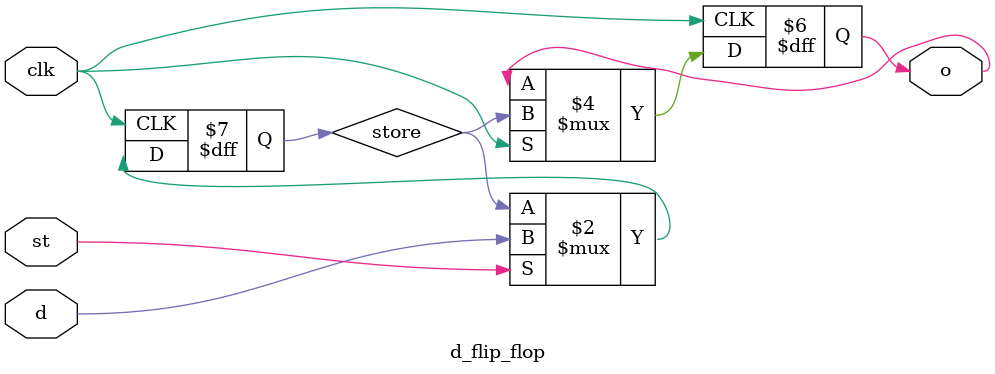
<source format=v>
`include "modules/latch.v"
module d_flip_flop
  ( 
    st,
    d,
    clk,
    o
    );
   
  input st;
  input d;
  input clk;
  output reg o;
  reg store;
  
  always @(posedge clk)
  begin
    if(st) store <= d;
    if(clk) o <= store;
  end
  
  //latch l1(st & (~cl), d, x);
  //latch l2(clk, x, o);
endmodule

</source>
